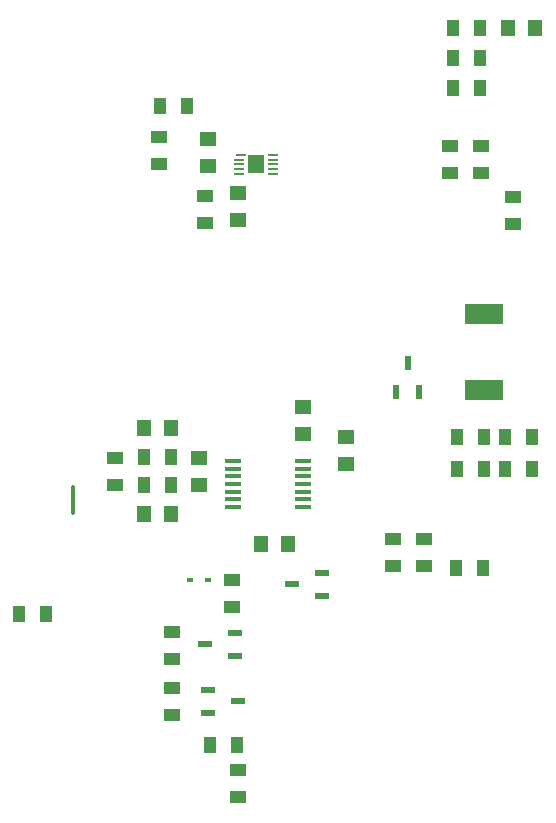
<source format=gtp>
G04*
G04 #@! TF.GenerationSoftware,Altium Limited,Altium Designer,20.1.7 (139)*
G04*
G04 Layer_Color=8421504*
%FSTAX24Y24*%
%MOIN*%
G70*
G04*
G04 #@! TF.SameCoordinates,32A48367-B763-4124-948E-770BFEAF10EB*
G04*
G04*
G04 #@! TF.FilePolarity,Positive*
G04*
G01*
G75*
%ADD19R,0.0354X0.0079*%
%ADD20R,0.0551X0.0591*%
%ADD21R,0.0500X0.0550*%
%ADD22R,0.0472X0.0236*%
%ADD23R,0.0550X0.0500*%
%ADD24R,0.0581X0.0177*%
%ADD25R,0.0550X0.0394*%
G04:AMPARAMS|DCode=26|XSize=11.8mil|YSize=60mil|CornerRadius=3mil|HoleSize=0mil|Usage=FLASHONLY|Rotation=0.000|XOffset=0mil|YOffset=0mil|HoleType=Round|Shape=RoundedRectangle|*
%AMROUNDEDRECTD26*
21,1,0.0118,0.0541,0,0,0.0*
21,1,0.0059,0.0600,0,0,0.0*
1,1,0.0059,0.0030,-0.0270*
1,1,0.0059,-0.0030,-0.0270*
1,1,0.0059,-0.0030,0.0270*
1,1,0.0059,0.0030,0.0270*
%
%ADD26ROUNDEDRECTD26*%
%ADD27R,0.0394X0.0550*%
%ADD28R,0.0217X0.0165*%
%ADD29R,0.1299X0.0709*%
%ADD30R,0.0236X0.0472*%
D19*
X020658Y044565D02*
D03*
X020579Y044407D02*
D03*
Y04425D02*
D03*
Y044093D02*
D03*
Y043935D02*
D03*
X021721D02*
D03*
Y044093D02*
D03*
Y04425D02*
D03*
Y044407D02*
D03*
Y044565D02*
D03*
D20*
X02115Y04425D02*
D03*
D21*
X0222Y0316D02*
D03*
X0213D02*
D03*
X0174Y0326D02*
D03*
X0183D02*
D03*
X0174Y03545D02*
D03*
X0183D02*
D03*
X02955Y0488D02*
D03*
X03045D02*
D03*
D22*
X022358Y03025D02*
D03*
X023342Y030624D02*
D03*
Y029876D02*
D03*
X019458Y02825D02*
D03*
X020442Y028624D02*
D03*
Y027876D02*
D03*
X020542Y02635D02*
D03*
X019558Y025976D02*
D03*
Y026724D02*
D03*
D23*
X01925Y03355D02*
D03*
Y03445D02*
D03*
X01955Y0442D02*
D03*
Y0451D02*
D03*
X02055Y0433D02*
D03*
Y0424D02*
D03*
X0227Y03525D02*
D03*
Y03615D02*
D03*
X02415Y03425D02*
D03*
Y03515D02*
D03*
D24*
X020393Y032832D02*
D03*
Y033088D02*
D03*
Y033344D02*
D03*
Y0336D02*
D03*
Y033856D02*
D03*
Y034112D02*
D03*
Y034368D02*
D03*
X022707D02*
D03*
Y034112D02*
D03*
Y033856D02*
D03*
Y0336D02*
D03*
Y033344D02*
D03*
Y033088D02*
D03*
Y032832D02*
D03*
D25*
X01645Y03445D02*
D03*
Y03355D02*
D03*
X01835Y02865D02*
D03*
Y02775D02*
D03*
Y0268D02*
D03*
Y0259D02*
D03*
X02055Y02315D02*
D03*
Y02405D02*
D03*
X02865Y04395D02*
D03*
Y04485D02*
D03*
X0276Y04395D02*
D03*
Y04485D02*
D03*
X01945Y0423D02*
D03*
Y0432D02*
D03*
X0179Y04425D02*
D03*
Y04515D02*
D03*
X0297Y04225D02*
D03*
Y04315D02*
D03*
X02035Y0295D02*
D03*
Y0304D02*
D03*
X02675Y03175D02*
D03*
Y03085D02*
D03*
X0257Y03175D02*
D03*
Y03085D02*
D03*
D26*
X01505Y03325D02*
D03*
Y03285D02*
D03*
D27*
X0196Y0249D02*
D03*
X0205D02*
D03*
X02945Y0341D02*
D03*
X03035D02*
D03*
X02875Y03515D02*
D03*
X02785D02*
D03*
X02875Y0341D02*
D03*
X02785D02*
D03*
X0174Y03355D02*
D03*
X0183D02*
D03*
X0174Y0345D02*
D03*
X0183D02*
D03*
X0277Y0468D02*
D03*
X0286D02*
D03*
X0277Y0478D02*
D03*
X0286D02*
D03*
X0277Y0488D02*
D03*
X0286D02*
D03*
X01795Y0462D02*
D03*
X01885D02*
D03*
X03035Y03515D02*
D03*
X02945D02*
D03*
X01325Y02925D02*
D03*
X01415D02*
D03*
X0287Y0308D02*
D03*
X0278D02*
D03*
D28*
X019555Y0304D02*
D03*
X018945D02*
D03*
D29*
X02875Y03674D02*
D03*
Y03926D02*
D03*
D30*
X025826Y036658D02*
D03*
X026574D02*
D03*
X0262Y037642D02*
D03*
M02*

</source>
